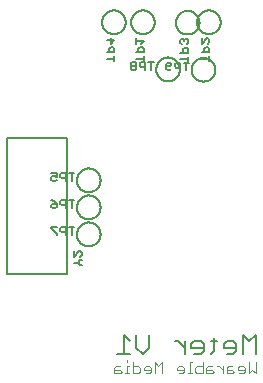
<source format=gbr>
G04 EAGLE Gerber X2 export*
%TF.Part,Single*%
%TF.FileFunction,Legend,Bot,1*%
%TF.FilePolarity,Positive*%
%TF.GenerationSoftware,Autodesk,EAGLE,9.0.0*%
%TF.CreationDate,2018-04-30T06:44:56Z*%
G75*
%MOMM*%
%FSLAX34Y34*%
%LPD*%
%AMOC8*
5,1,8,0,0,1.08239X$1,22.5*%
G01*
%ADD10C,0.152400*%
%ADD11C,0.076200*%
%ADD12C,0.203200*%


D10*
X59238Y-153238D02*
X59238Y-136968D01*
X53815Y-142391D01*
X48391Y-136968D01*
X48391Y-153238D01*
X40155Y-153238D02*
X34732Y-153238D01*
X40155Y-153238D02*
X42866Y-150526D01*
X42866Y-145103D01*
X40155Y-142391D01*
X34732Y-142391D01*
X32020Y-145103D01*
X32020Y-147815D01*
X42866Y-147815D01*
X23783Y-150526D02*
X23783Y-139680D01*
X23783Y-150526D02*
X21072Y-153238D01*
X21072Y-142391D02*
X26495Y-142391D01*
X12869Y-153238D02*
X7446Y-153238D01*
X12869Y-153238D02*
X15581Y-150526D01*
X15581Y-145103D01*
X12869Y-142391D01*
X7446Y-142391D01*
X4734Y-145103D01*
X4734Y-147815D01*
X15581Y-147815D01*
X-791Y-153238D02*
X-791Y-142391D01*
X-6214Y-142391D02*
X-791Y-147815D01*
X-6214Y-142391D02*
X-8926Y-142391D01*
X-30806Y-136968D02*
X-30806Y-147815D01*
X-36229Y-153238D01*
X-41652Y-147815D01*
X-41652Y-136968D01*
X-47177Y-142391D02*
X-52600Y-136968D01*
X-52600Y-153238D01*
X-47177Y-153238D02*
X-58024Y-153238D01*
D11*
X59619Y-160213D02*
X59619Y-169619D01*
X56484Y-166484D01*
X53348Y-169619D01*
X53348Y-160213D01*
X48696Y-169619D02*
X45561Y-169619D01*
X48696Y-169619D02*
X50264Y-168051D01*
X50264Y-164916D01*
X48696Y-163348D01*
X45561Y-163348D01*
X43993Y-164916D01*
X43993Y-166484D01*
X50264Y-166484D01*
X39341Y-163348D02*
X36206Y-163348D01*
X34638Y-164916D01*
X34638Y-169619D01*
X39341Y-169619D01*
X40909Y-168051D01*
X39341Y-166484D01*
X34638Y-166484D01*
X31553Y-169619D02*
X31553Y-163348D01*
X28418Y-163348D02*
X31553Y-166484D01*
X28418Y-163348D02*
X26850Y-163348D01*
X22190Y-163348D02*
X19054Y-163348D01*
X17487Y-164916D01*
X17487Y-169619D01*
X22190Y-169619D01*
X23757Y-168051D01*
X22190Y-166484D01*
X17487Y-166484D01*
X14402Y-169619D02*
X14402Y-160213D01*
X14402Y-169619D02*
X9699Y-169619D01*
X8132Y-168051D01*
X8132Y-164916D01*
X9699Y-163348D01*
X14402Y-163348D01*
X5047Y-160213D02*
X3479Y-160213D01*
X3479Y-169619D01*
X1912Y-169619D02*
X5047Y-169619D01*
X-2757Y-169619D02*
X-5893Y-169619D01*
X-2757Y-169619D02*
X-1190Y-168051D01*
X-1190Y-164916D01*
X-2757Y-163348D01*
X-5893Y-163348D01*
X-7460Y-164916D01*
X-7460Y-166484D01*
X-1190Y-166484D01*
X-19900Y-169619D02*
X-19900Y-160213D01*
X-23035Y-163348D01*
X-26171Y-160213D01*
X-26171Y-169619D01*
X-30823Y-169619D02*
X-33958Y-169619D01*
X-30823Y-169619D02*
X-29255Y-168051D01*
X-29255Y-164916D01*
X-30823Y-163348D01*
X-33958Y-163348D01*
X-35526Y-164916D01*
X-35526Y-166484D01*
X-29255Y-166484D01*
X-44881Y-169619D02*
X-44881Y-160213D01*
X-44881Y-169619D02*
X-40178Y-169619D01*
X-38610Y-168051D01*
X-38610Y-164916D01*
X-40178Y-163348D01*
X-44881Y-163348D01*
X-47966Y-163348D02*
X-49533Y-163348D01*
X-49533Y-169619D01*
X-47966Y-169619D02*
X-51101Y-169619D01*
X-49533Y-160213D02*
X-49533Y-158645D01*
X-55770Y-163348D02*
X-58905Y-163348D01*
X-60473Y-164916D01*
X-60473Y-169619D01*
X-55770Y-169619D01*
X-54202Y-168051D01*
X-55770Y-166484D01*
X-60473Y-166484D01*
D12*
X-46200Y127800D02*
X-46197Y128045D01*
X-46188Y128291D01*
X-46173Y128536D01*
X-46152Y128780D01*
X-46125Y129024D01*
X-46092Y129267D01*
X-46053Y129510D01*
X-46008Y129751D01*
X-45957Y129991D01*
X-45900Y130230D01*
X-45838Y130467D01*
X-45769Y130703D01*
X-45695Y130937D01*
X-45615Y131169D01*
X-45530Y131399D01*
X-45439Y131627D01*
X-45342Y131852D01*
X-45240Y132076D01*
X-45132Y132296D01*
X-45019Y132514D01*
X-44901Y132729D01*
X-44777Y132941D01*
X-44649Y133150D01*
X-44515Y133356D01*
X-44376Y133558D01*
X-44232Y133757D01*
X-44083Y133952D01*
X-43930Y134144D01*
X-43772Y134332D01*
X-43610Y134516D01*
X-43442Y134695D01*
X-43271Y134871D01*
X-43095Y135042D01*
X-42916Y135210D01*
X-42732Y135372D01*
X-42544Y135530D01*
X-42352Y135683D01*
X-42157Y135832D01*
X-41958Y135976D01*
X-41756Y136115D01*
X-41550Y136249D01*
X-41341Y136377D01*
X-41129Y136501D01*
X-40914Y136619D01*
X-40696Y136732D01*
X-40476Y136840D01*
X-40252Y136942D01*
X-40027Y137039D01*
X-39799Y137130D01*
X-39569Y137215D01*
X-39337Y137295D01*
X-39103Y137369D01*
X-38867Y137438D01*
X-38630Y137500D01*
X-38391Y137557D01*
X-38151Y137608D01*
X-37910Y137653D01*
X-37667Y137692D01*
X-37424Y137725D01*
X-37180Y137752D01*
X-36936Y137773D01*
X-36691Y137788D01*
X-36445Y137797D01*
X-36200Y137800D01*
X-35955Y137797D01*
X-35709Y137788D01*
X-35464Y137773D01*
X-35220Y137752D01*
X-34976Y137725D01*
X-34733Y137692D01*
X-34490Y137653D01*
X-34249Y137608D01*
X-34009Y137557D01*
X-33770Y137500D01*
X-33533Y137438D01*
X-33297Y137369D01*
X-33063Y137295D01*
X-32831Y137215D01*
X-32601Y137130D01*
X-32373Y137039D01*
X-32148Y136942D01*
X-31924Y136840D01*
X-31704Y136732D01*
X-31486Y136619D01*
X-31271Y136501D01*
X-31059Y136377D01*
X-30850Y136249D01*
X-30644Y136115D01*
X-30442Y135976D01*
X-30243Y135832D01*
X-30048Y135683D01*
X-29856Y135530D01*
X-29668Y135372D01*
X-29484Y135210D01*
X-29305Y135042D01*
X-29129Y134871D01*
X-28958Y134695D01*
X-28790Y134516D01*
X-28628Y134332D01*
X-28470Y134144D01*
X-28317Y133952D01*
X-28168Y133757D01*
X-28024Y133558D01*
X-27885Y133356D01*
X-27751Y133150D01*
X-27623Y132941D01*
X-27499Y132729D01*
X-27381Y132514D01*
X-27268Y132296D01*
X-27160Y132076D01*
X-27058Y131852D01*
X-26961Y131627D01*
X-26870Y131399D01*
X-26785Y131169D01*
X-26705Y130937D01*
X-26631Y130703D01*
X-26562Y130467D01*
X-26500Y130230D01*
X-26443Y129991D01*
X-26392Y129751D01*
X-26347Y129510D01*
X-26308Y129267D01*
X-26275Y129024D01*
X-26248Y128780D01*
X-26227Y128536D01*
X-26212Y128291D01*
X-26203Y128045D01*
X-26200Y127800D01*
X-26203Y127555D01*
X-26212Y127309D01*
X-26227Y127064D01*
X-26248Y126820D01*
X-26275Y126576D01*
X-26308Y126333D01*
X-26347Y126090D01*
X-26392Y125849D01*
X-26443Y125609D01*
X-26500Y125370D01*
X-26562Y125133D01*
X-26631Y124897D01*
X-26705Y124663D01*
X-26785Y124431D01*
X-26870Y124201D01*
X-26961Y123973D01*
X-27058Y123748D01*
X-27160Y123524D01*
X-27268Y123304D01*
X-27381Y123086D01*
X-27499Y122871D01*
X-27623Y122659D01*
X-27751Y122450D01*
X-27885Y122244D01*
X-28024Y122042D01*
X-28168Y121843D01*
X-28317Y121648D01*
X-28470Y121456D01*
X-28628Y121268D01*
X-28790Y121084D01*
X-28958Y120905D01*
X-29129Y120729D01*
X-29305Y120558D01*
X-29484Y120390D01*
X-29668Y120228D01*
X-29856Y120070D01*
X-30048Y119917D01*
X-30243Y119768D01*
X-30442Y119624D01*
X-30644Y119485D01*
X-30850Y119351D01*
X-31059Y119223D01*
X-31271Y119099D01*
X-31486Y118981D01*
X-31704Y118868D01*
X-31924Y118760D01*
X-32148Y118658D01*
X-32373Y118561D01*
X-32601Y118470D01*
X-32831Y118385D01*
X-33063Y118305D01*
X-33297Y118231D01*
X-33533Y118162D01*
X-33770Y118100D01*
X-34009Y118043D01*
X-34249Y117992D01*
X-34490Y117947D01*
X-34733Y117908D01*
X-34976Y117875D01*
X-35220Y117848D01*
X-35464Y117827D01*
X-35709Y117812D01*
X-35955Y117803D01*
X-36200Y117800D01*
X-36445Y117803D01*
X-36691Y117812D01*
X-36936Y117827D01*
X-37180Y117848D01*
X-37424Y117875D01*
X-37667Y117908D01*
X-37910Y117947D01*
X-38151Y117992D01*
X-38391Y118043D01*
X-38630Y118100D01*
X-38867Y118162D01*
X-39103Y118231D01*
X-39337Y118305D01*
X-39569Y118385D01*
X-39799Y118470D01*
X-40027Y118561D01*
X-40252Y118658D01*
X-40476Y118760D01*
X-40696Y118868D01*
X-40914Y118981D01*
X-41129Y119099D01*
X-41341Y119223D01*
X-41550Y119351D01*
X-41756Y119485D01*
X-41958Y119624D01*
X-42157Y119768D01*
X-42352Y119917D01*
X-42544Y120070D01*
X-42732Y120228D01*
X-42916Y120390D01*
X-43095Y120558D01*
X-43271Y120729D01*
X-43442Y120905D01*
X-43610Y121084D01*
X-43772Y121268D01*
X-43930Y121456D01*
X-44083Y121648D01*
X-44232Y121843D01*
X-44376Y122042D01*
X-44515Y122244D01*
X-44649Y122450D01*
X-44777Y122659D01*
X-44901Y122871D01*
X-45019Y123086D01*
X-45132Y123304D01*
X-45240Y123524D01*
X-45342Y123748D01*
X-45439Y123973D01*
X-45530Y124201D01*
X-45615Y124431D01*
X-45695Y124663D01*
X-45769Y124897D01*
X-45838Y125133D01*
X-45900Y125370D01*
X-45957Y125609D01*
X-46008Y125849D01*
X-46053Y126090D01*
X-46092Y126333D01*
X-46125Y126576D01*
X-46152Y126820D01*
X-46173Y127064D01*
X-46188Y127309D01*
X-46197Y127555D01*
X-46200Y127800D01*
D10*
X-42296Y96883D02*
X-35686Y96883D01*
X-35686Y94680D02*
X-35686Y99086D01*
X-35686Y102164D02*
X-42296Y102164D01*
X-35686Y102164D02*
X-35686Y105469D01*
X-36788Y106570D01*
X-38991Y106570D01*
X-40093Y105469D01*
X-40093Y102164D01*
X-37890Y109648D02*
X-35686Y111851D01*
X-42296Y111851D01*
X-42296Y109648D02*
X-42296Y114054D01*
D12*
X9600Y127800D02*
X9603Y128045D01*
X9612Y128291D01*
X9627Y128536D01*
X9648Y128780D01*
X9675Y129024D01*
X9708Y129267D01*
X9747Y129510D01*
X9792Y129751D01*
X9843Y129991D01*
X9900Y130230D01*
X9962Y130467D01*
X10031Y130703D01*
X10105Y130937D01*
X10185Y131169D01*
X10270Y131399D01*
X10361Y131627D01*
X10458Y131852D01*
X10560Y132076D01*
X10668Y132296D01*
X10781Y132514D01*
X10899Y132729D01*
X11023Y132941D01*
X11151Y133150D01*
X11285Y133356D01*
X11424Y133558D01*
X11568Y133757D01*
X11717Y133952D01*
X11870Y134144D01*
X12028Y134332D01*
X12190Y134516D01*
X12358Y134695D01*
X12529Y134871D01*
X12705Y135042D01*
X12884Y135210D01*
X13068Y135372D01*
X13256Y135530D01*
X13448Y135683D01*
X13643Y135832D01*
X13842Y135976D01*
X14044Y136115D01*
X14250Y136249D01*
X14459Y136377D01*
X14671Y136501D01*
X14886Y136619D01*
X15104Y136732D01*
X15324Y136840D01*
X15548Y136942D01*
X15773Y137039D01*
X16001Y137130D01*
X16231Y137215D01*
X16463Y137295D01*
X16697Y137369D01*
X16933Y137438D01*
X17170Y137500D01*
X17409Y137557D01*
X17649Y137608D01*
X17890Y137653D01*
X18133Y137692D01*
X18376Y137725D01*
X18620Y137752D01*
X18864Y137773D01*
X19109Y137788D01*
X19355Y137797D01*
X19600Y137800D01*
X19845Y137797D01*
X20091Y137788D01*
X20336Y137773D01*
X20580Y137752D01*
X20824Y137725D01*
X21067Y137692D01*
X21310Y137653D01*
X21551Y137608D01*
X21791Y137557D01*
X22030Y137500D01*
X22267Y137438D01*
X22503Y137369D01*
X22737Y137295D01*
X22969Y137215D01*
X23199Y137130D01*
X23427Y137039D01*
X23652Y136942D01*
X23876Y136840D01*
X24096Y136732D01*
X24314Y136619D01*
X24529Y136501D01*
X24741Y136377D01*
X24950Y136249D01*
X25156Y136115D01*
X25358Y135976D01*
X25557Y135832D01*
X25752Y135683D01*
X25944Y135530D01*
X26132Y135372D01*
X26316Y135210D01*
X26495Y135042D01*
X26671Y134871D01*
X26842Y134695D01*
X27010Y134516D01*
X27172Y134332D01*
X27330Y134144D01*
X27483Y133952D01*
X27632Y133757D01*
X27776Y133558D01*
X27915Y133356D01*
X28049Y133150D01*
X28177Y132941D01*
X28301Y132729D01*
X28419Y132514D01*
X28532Y132296D01*
X28640Y132076D01*
X28742Y131852D01*
X28839Y131627D01*
X28930Y131399D01*
X29015Y131169D01*
X29095Y130937D01*
X29169Y130703D01*
X29238Y130467D01*
X29300Y130230D01*
X29357Y129991D01*
X29408Y129751D01*
X29453Y129510D01*
X29492Y129267D01*
X29525Y129024D01*
X29552Y128780D01*
X29573Y128536D01*
X29588Y128291D01*
X29597Y128045D01*
X29600Y127800D01*
X29597Y127555D01*
X29588Y127309D01*
X29573Y127064D01*
X29552Y126820D01*
X29525Y126576D01*
X29492Y126333D01*
X29453Y126090D01*
X29408Y125849D01*
X29357Y125609D01*
X29300Y125370D01*
X29238Y125133D01*
X29169Y124897D01*
X29095Y124663D01*
X29015Y124431D01*
X28930Y124201D01*
X28839Y123973D01*
X28742Y123748D01*
X28640Y123524D01*
X28532Y123304D01*
X28419Y123086D01*
X28301Y122871D01*
X28177Y122659D01*
X28049Y122450D01*
X27915Y122244D01*
X27776Y122042D01*
X27632Y121843D01*
X27483Y121648D01*
X27330Y121456D01*
X27172Y121268D01*
X27010Y121084D01*
X26842Y120905D01*
X26671Y120729D01*
X26495Y120558D01*
X26316Y120390D01*
X26132Y120228D01*
X25944Y120070D01*
X25752Y119917D01*
X25557Y119768D01*
X25358Y119624D01*
X25156Y119485D01*
X24950Y119351D01*
X24741Y119223D01*
X24529Y119099D01*
X24314Y118981D01*
X24096Y118868D01*
X23876Y118760D01*
X23652Y118658D01*
X23427Y118561D01*
X23199Y118470D01*
X22969Y118385D01*
X22737Y118305D01*
X22503Y118231D01*
X22267Y118162D01*
X22030Y118100D01*
X21791Y118043D01*
X21551Y117992D01*
X21310Y117947D01*
X21067Y117908D01*
X20824Y117875D01*
X20580Y117848D01*
X20336Y117827D01*
X20091Y117812D01*
X19845Y117803D01*
X19600Y117800D01*
X19355Y117803D01*
X19109Y117812D01*
X18864Y117827D01*
X18620Y117848D01*
X18376Y117875D01*
X18133Y117908D01*
X17890Y117947D01*
X17649Y117992D01*
X17409Y118043D01*
X17170Y118100D01*
X16933Y118162D01*
X16697Y118231D01*
X16463Y118305D01*
X16231Y118385D01*
X16001Y118470D01*
X15773Y118561D01*
X15548Y118658D01*
X15324Y118760D01*
X15104Y118868D01*
X14886Y118981D01*
X14671Y119099D01*
X14459Y119223D01*
X14250Y119351D01*
X14044Y119485D01*
X13842Y119624D01*
X13643Y119768D01*
X13448Y119917D01*
X13256Y120070D01*
X13068Y120228D01*
X12884Y120390D01*
X12705Y120558D01*
X12529Y120729D01*
X12358Y120905D01*
X12190Y121084D01*
X12028Y121268D01*
X11870Y121456D01*
X11717Y121648D01*
X11568Y121843D01*
X11424Y122042D01*
X11285Y122244D01*
X11151Y122450D01*
X11023Y122659D01*
X10899Y122871D01*
X10781Y123086D01*
X10668Y123304D01*
X10560Y123524D01*
X10458Y123748D01*
X10361Y123973D01*
X10270Y124201D01*
X10185Y124431D01*
X10105Y124663D01*
X10031Y124897D01*
X9962Y125133D01*
X9900Y125370D01*
X9843Y125609D01*
X9792Y125849D01*
X9747Y126090D01*
X9708Y126333D01*
X9675Y126576D01*
X9648Y126820D01*
X9627Y127064D01*
X9612Y127309D01*
X9603Y127555D01*
X9600Y127800D01*
D10*
X13504Y96883D02*
X20114Y96883D01*
X20114Y94680D02*
X20114Y99086D01*
X20114Y102164D02*
X13504Y102164D01*
X20114Y102164D02*
X20114Y105469D01*
X19012Y106570D01*
X16809Y106570D01*
X15707Y105469D01*
X15707Y102164D01*
X13504Y109648D02*
X13504Y114054D01*
X13504Y109648D02*
X17910Y114054D01*
X19012Y114054D01*
X20114Y112953D01*
X20114Y110749D01*
X19012Y109648D01*
D12*
X-8300Y127400D02*
X-8297Y127645D01*
X-8288Y127891D01*
X-8273Y128136D01*
X-8252Y128380D01*
X-8225Y128624D01*
X-8192Y128867D01*
X-8153Y129110D01*
X-8108Y129351D01*
X-8057Y129591D01*
X-8000Y129830D01*
X-7938Y130067D01*
X-7869Y130303D01*
X-7795Y130537D01*
X-7715Y130769D01*
X-7630Y130999D01*
X-7539Y131227D01*
X-7442Y131452D01*
X-7340Y131676D01*
X-7232Y131896D01*
X-7119Y132114D01*
X-7001Y132329D01*
X-6877Y132541D01*
X-6749Y132750D01*
X-6615Y132956D01*
X-6476Y133158D01*
X-6332Y133357D01*
X-6183Y133552D01*
X-6030Y133744D01*
X-5872Y133932D01*
X-5710Y134116D01*
X-5542Y134295D01*
X-5371Y134471D01*
X-5195Y134642D01*
X-5016Y134810D01*
X-4832Y134972D01*
X-4644Y135130D01*
X-4452Y135283D01*
X-4257Y135432D01*
X-4058Y135576D01*
X-3856Y135715D01*
X-3650Y135849D01*
X-3441Y135977D01*
X-3229Y136101D01*
X-3014Y136219D01*
X-2796Y136332D01*
X-2576Y136440D01*
X-2352Y136542D01*
X-2127Y136639D01*
X-1899Y136730D01*
X-1669Y136815D01*
X-1437Y136895D01*
X-1203Y136969D01*
X-967Y137038D01*
X-730Y137100D01*
X-491Y137157D01*
X-251Y137208D01*
X-10Y137253D01*
X233Y137292D01*
X476Y137325D01*
X720Y137352D01*
X964Y137373D01*
X1209Y137388D01*
X1455Y137397D01*
X1700Y137400D01*
X1945Y137397D01*
X2191Y137388D01*
X2436Y137373D01*
X2680Y137352D01*
X2924Y137325D01*
X3167Y137292D01*
X3410Y137253D01*
X3651Y137208D01*
X3891Y137157D01*
X4130Y137100D01*
X4367Y137038D01*
X4603Y136969D01*
X4837Y136895D01*
X5069Y136815D01*
X5299Y136730D01*
X5527Y136639D01*
X5752Y136542D01*
X5976Y136440D01*
X6196Y136332D01*
X6414Y136219D01*
X6629Y136101D01*
X6841Y135977D01*
X7050Y135849D01*
X7256Y135715D01*
X7458Y135576D01*
X7657Y135432D01*
X7852Y135283D01*
X8044Y135130D01*
X8232Y134972D01*
X8416Y134810D01*
X8595Y134642D01*
X8771Y134471D01*
X8942Y134295D01*
X9110Y134116D01*
X9272Y133932D01*
X9430Y133744D01*
X9583Y133552D01*
X9732Y133357D01*
X9876Y133158D01*
X10015Y132956D01*
X10149Y132750D01*
X10277Y132541D01*
X10401Y132329D01*
X10519Y132114D01*
X10632Y131896D01*
X10740Y131676D01*
X10842Y131452D01*
X10939Y131227D01*
X11030Y130999D01*
X11115Y130769D01*
X11195Y130537D01*
X11269Y130303D01*
X11338Y130067D01*
X11400Y129830D01*
X11457Y129591D01*
X11508Y129351D01*
X11553Y129110D01*
X11592Y128867D01*
X11625Y128624D01*
X11652Y128380D01*
X11673Y128136D01*
X11688Y127891D01*
X11697Y127645D01*
X11700Y127400D01*
X11697Y127155D01*
X11688Y126909D01*
X11673Y126664D01*
X11652Y126420D01*
X11625Y126176D01*
X11592Y125933D01*
X11553Y125690D01*
X11508Y125449D01*
X11457Y125209D01*
X11400Y124970D01*
X11338Y124733D01*
X11269Y124497D01*
X11195Y124263D01*
X11115Y124031D01*
X11030Y123801D01*
X10939Y123573D01*
X10842Y123348D01*
X10740Y123124D01*
X10632Y122904D01*
X10519Y122686D01*
X10401Y122471D01*
X10277Y122259D01*
X10149Y122050D01*
X10015Y121844D01*
X9876Y121642D01*
X9732Y121443D01*
X9583Y121248D01*
X9430Y121056D01*
X9272Y120868D01*
X9110Y120684D01*
X8942Y120505D01*
X8771Y120329D01*
X8595Y120158D01*
X8416Y119990D01*
X8232Y119828D01*
X8044Y119670D01*
X7852Y119517D01*
X7657Y119368D01*
X7458Y119224D01*
X7256Y119085D01*
X7050Y118951D01*
X6841Y118823D01*
X6629Y118699D01*
X6414Y118581D01*
X6196Y118468D01*
X5976Y118360D01*
X5752Y118258D01*
X5527Y118161D01*
X5299Y118070D01*
X5069Y117985D01*
X4837Y117905D01*
X4603Y117831D01*
X4367Y117762D01*
X4130Y117700D01*
X3891Y117643D01*
X3651Y117592D01*
X3410Y117547D01*
X3167Y117508D01*
X2924Y117475D01*
X2680Y117448D01*
X2436Y117427D01*
X2191Y117412D01*
X1945Y117403D01*
X1700Y117400D01*
X1455Y117403D01*
X1209Y117412D01*
X964Y117427D01*
X720Y117448D01*
X476Y117475D01*
X233Y117508D01*
X-10Y117547D01*
X-251Y117592D01*
X-491Y117643D01*
X-730Y117700D01*
X-967Y117762D01*
X-1203Y117831D01*
X-1437Y117905D01*
X-1669Y117985D01*
X-1899Y118070D01*
X-2127Y118161D01*
X-2352Y118258D01*
X-2576Y118360D01*
X-2796Y118468D01*
X-3014Y118581D01*
X-3229Y118699D01*
X-3441Y118823D01*
X-3650Y118951D01*
X-3856Y119085D01*
X-4058Y119224D01*
X-4257Y119368D01*
X-4452Y119517D01*
X-4644Y119670D01*
X-4832Y119828D01*
X-5016Y119990D01*
X-5195Y120158D01*
X-5371Y120329D01*
X-5542Y120505D01*
X-5710Y120684D01*
X-5872Y120868D01*
X-6030Y121056D01*
X-6183Y121248D01*
X-6332Y121443D01*
X-6476Y121642D01*
X-6615Y121844D01*
X-6749Y122050D01*
X-6877Y122259D01*
X-7001Y122471D01*
X-7119Y122686D01*
X-7232Y122904D01*
X-7340Y123124D01*
X-7442Y123348D01*
X-7539Y123573D01*
X-7630Y123801D01*
X-7715Y124031D01*
X-7795Y124263D01*
X-7869Y124497D01*
X-7938Y124733D01*
X-8000Y124970D01*
X-8057Y125209D01*
X-8108Y125449D01*
X-8153Y125690D01*
X-8192Y125933D01*
X-8225Y126176D01*
X-8252Y126420D01*
X-8273Y126664D01*
X-8288Y126909D01*
X-8297Y127155D01*
X-8300Y127400D01*
D10*
X-4396Y96483D02*
X2214Y96483D01*
X2214Y94280D02*
X2214Y98686D01*
X2214Y101764D02*
X-4396Y101764D01*
X2214Y101764D02*
X2214Y105069D01*
X1112Y106170D01*
X-1091Y106170D01*
X-2193Y105069D01*
X-2193Y101764D01*
X1112Y109248D02*
X2214Y110349D01*
X2214Y112553D01*
X1112Y113654D01*
X10Y113654D01*
X-1091Y112553D01*
X-1091Y111451D01*
X-1091Y112553D02*
X-2193Y113654D01*
X-3294Y113654D01*
X-4396Y112553D01*
X-4396Y110349D01*
X-3294Y109248D01*
D12*
X-70800Y127800D02*
X-70797Y128045D01*
X-70788Y128291D01*
X-70773Y128536D01*
X-70752Y128780D01*
X-70725Y129024D01*
X-70692Y129267D01*
X-70653Y129510D01*
X-70608Y129751D01*
X-70557Y129991D01*
X-70500Y130230D01*
X-70438Y130467D01*
X-70369Y130703D01*
X-70295Y130937D01*
X-70215Y131169D01*
X-70130Y131399D01*
X-70039Y131627D01*
X-69942Y131852D01*
X-69840Y132076D01*
X-69732Y132296D01*
X-69619Y132514D01*
X-69501Y132729D01*
X-69377Y132941D01*
X-69249Y133150D01*
X-69115Y133356D01*
X-68976Y133558D01*
X-68832Y133757D01*
X-68683Y133952D01*
X-68530Y134144D01*
X-68372Y134332D01*
X-68210Y134516D01*
X-68042Y134695D01*
X-67871Y134871D01*
X-67695Y135042D01*
X-67516Y135210D01*
X-67332Y135372D01*
X-67144Y135530D01*
X-66952Y135683D01*
X-66757Y135832D01*
X-66558Y135976D01*
X-66356Y136115D01*
X-66150Y136249D01*
X-65941Y136377D01*
X-65729Y136501D01*
X-65514Y136619D01*
X-65296Y136732D01*
X-65076Y136840D01*
X-64852Y136942D01*
X-64627Y137039D01*
X-64399Y137130D01*
X-64169Y137215D01*
X-63937Y137295D01*
X-63703Y137369D01*
X-63467Y137438D01*
X-63230Y137500D01*
X-62991Y137557D01*
X-62751Y137608D01*
X-62510Y137653D01*
X-62267Y137692D01*
X-62024Y137725D01*
X-61780Y137752D01*
X-61536Y137773D01*
X-61291Y137788D01*
X-61045Y137797D01*
X-60800Y137800D01*
X-60555Y137797D01*
X-60309Y137788D01*
X-60064Y137773D01*
X-59820Y137752D01*
X-59576Y137725D01*
X-59333Y137692D01*
X-59090Y137653D01*
X-58849Y137608D01*
X-58609Y137557D01*
X-58370Y137500D01*
X-58133Y137438D01*
X-57897Y137369D01*
X-57663Y137295D01*
X-57431Y137215D01*
X-57201Y137130D01*
X-56973Y137039D01*
X-56748Y136942D01*
X-56524Y136840D01*
X-56304Y136732D01*
X-56086Y136619D01*
X-55871Y136501D01*
X-55659Y136377D01*
X-55450Y136249D01*
X-55244Y136115D01*
X-55042Y135976D01*
X-54843Y135832D01*
X-54648Y135683D01*
X-54456Y135530D01*
X-54268Y135372D01*
X-54084Y135210D01*
X-53905Y135042D01*
X-53729Y134871D01*
X-53558Y134695D01*
X-53390Y134516D01*
X-53228Y134332D01*
X-53070Y134144D01*
X-52917Y133952D01*
X-52768Y133757D01*
X-52624Y133558D01*
X-52485Y133356D01*
X-52351Y133150D01*
X-52223Y132941D01*
X-52099Y132729D01*
X-51981Y132514D01*
X-51868Y132296D01*
X-51760Y132076D01*
X-51658Y131852D01*
X-51561Y131627D01*
X-51470Y131399D01*
X-51385Y131169D01*
X-51305Y130937D01*
X-51231Y130703D01*
X-51162Y130467D01*
X-51100Y130230D01*
X-51043Y129991D01*
X-50992Y129751D01*
X-50947Y129510D01*
X-50908Y129267D01*
X-50875Y129024D01*
X-50848Y128780D01*
X-50827Y128536D01*
X-50812Y128291D01*
X-50803Y128045D01*
X-50800Y127800D01*
X-50803Y127555D01*
X-50812Y127309D01*
X-50827Y127064D01*
X-50848Y126820D01*
X-50875Y126576D01*
X-50908Y126333D01*
X-50947Y126090D01*
X-50992Y125849D01*
X-51043Y125609D01*
X-51100Y125370D01*
X-51162Y125133D01*
X-51231Y124897D01*
X-51305Y124663D01*
X-51385Y124431D01*
X-51470Y124201D01*
X-51561Y123973D01*
X-51658Y123748D01*
X-51760Y123524D01*
X-51868Y123304D01*
X-51981Y123086D01*
X-52099Y122871D01*
X-52223Y122659D01*
X-52351Y122450D01*
X-52485Y122244D01*
X-52624Y122042D01*
X-52768Y121843D01*
X-52917Y121648D01*
X-53070Y121456D01*
X-53228Y121268D01*
X-53390Y121084D01*
X-53558Y120905D01*
X-53729Y120729D01*
X-53905Y120558D01*
X-54084Y120390D01*
X-54268Y120228D01*
X-54456Y120070D01*
X-54648Y119917D01*
X-54843Y119768D01*
X-55042Y119624D01*
X-55244Y119485D01*
X-55450Y119351D01*
X-55659Y119223D01*
X-55871Y119099D01*
X-56086Y118981D01*
X-56304Y118868D01*
X-56524Y118760D01*
X-56748Y118658D01*
X-56973Y118561D01*
X-57201Y118470D01*
X-57431Y118385D01*
X-57663Y118305D01*
X-57897Y118231D01*
X-58133Y118162D01*
X-58370Y118100D01*
X-58609Y118043D01*
X-58849Y117992D01*
X-59090Y117947D01*
X-59333Y117908D01*
X-59576Y117875D01*
X-59820Y117848D01*
X-60064Y117827D01*
X-60309Y117812D01*
X-60555Y117803D01*
X-60800Y117800D01*
X-61045Y117803D01*
X-61291Y117812D01*
X-61536Y117827D01*
X-61780Y117848D01*
X-62024Y117875D01*
X-62267Y117908D01*
X-62510Y117947D01*
X-62751Y117992D01*
X-62991Y118043D01*
X-63230Y118100D01*
X-63467Y118162D01*
X-63703Y118231D01*
X-63937Y118305D01*
X-64169Y118385D01*
X-64399Y118470D01*
X-64627Y118561D01*
X-64852Y118658D01*
X-65076Y118760D01*
X-65296Y118868D01*
X-65514Y118981D01*
X-65729Y119099D01*
X-65941Y119223D01*
X-66150Y119351D01*
X-66356Y119485D01*
X-66558Y119624D01*
X-66757Y119768D01*
X-66952Y119917D01*
X-67144Y120070D01*
X-67332Y120228D01*
X-67516Y120390D01*
X-67695Y120558D01*
X-67871Y120729D01*
X-68042Y120905D01*
X-68210Y121084D01*
X-68372Y121268D01*
X-68530Y121456D01*
X-68683Y121648D01*
X-68832Y121843D01*
X-68976Y122042D01*
X-69115Y122244D01*
X-69249Y122450D01*
X-69377Y122659D01*
X-69501Y122871D01*
X-69619Y123086D01*
X-69732Y123304D01*
X-69840Y123524D01*
X-69942Y123748D01*
X-70039Y123973D01*
X-70130Y124201D01*
X-70215Y124431D01*
X-70295Y124663D01*
X-70369Y124897D01*
X-70438Y125133D01*
X-70500Y125370D01*
X-70557Y125609D01*
X-70608Y125849D01*
X-70653Y126090D01*
X-70692Y126333D01*
X-70725Y126576D01*
X-70752Y126820D01*
X-70773Y127064D01*
X-70788Y127309D01*
X-70797Y127555D01*
X-70800Y127800D01*
D10*
X-66896Y96883D02*
X-60286Y96883D01*
X-60286Y94680D02*
X-60286Y99086D01*
X-60286Y102164D02*
X-66896Y102164D01*
X-60286Y102164D02*
X-60286Y105469D01*
X-61388Y106570D01*
X-63591Y106570D01*
X-64693Y105469D01*
X-64693Y102164D01*
X-66896Y112953D02*
X-60286Y112953D01*
X-63591Y109648D01*
X-63591Y114054D01*
D12*
X-150890Y29525D02*
X-150890Y-85475D01*
X-150890Y29525D02*
X-100890Y29525D01*
X-100890Y-85475D01*
X-150890Y-85475D01*
D10*
X-89220Y-78213D02*
X-88118Y-78213D01*
X-89220Y-78213D02*
X-91423Y-76010D01*
X-89220Y-73807D01*
X-88118Y-73807D01*
X-91423Y-76010D02*
X-94728Y-76010D01*
X-94728Y-70729D02*
X-94728Y-66322D01*
X-90322Y-66322D02*
X-94728Y-70729D01*
X-90322Y-66322D02*
X-89220Y-66322D01*
X-88118Y-67424D01*
X-88118Y-69627D01*
X-89220Y-70729D01*
D12*
X-92075Y-6030D02*
X-92072Y-5785D01*
X-92063Y-5539D01*
X-92048Y-5294D01*
X-92027Y-5050D01*
X-92000Y-4806D01*
X-91967Y-4563D01*
X-91928Y-4320D01*
X-91883Y-4079D01*
X-91832Y-3839D01*
X-91775Y-3600D01*
X-91713Y-3363D01*
X-91644Y-3127D01*
X-91570Y-2893D01*
X-91490Y-2661D01*
X-91405Y-2431D01*
X-91314Y-2203D01*
X-91217Y-1978D01*
X-91115Y-1754D01*
X-91007Y-1534D01*
X-90894Y-1316D01*
X-90776Y-1101D01*
X-90652Y-889D01*
X-90524Y-680D01*
X-90390Y-474D01*
X-90251Y-272D01*
X-90107Y-73D01*
X-89958Y122D01*
X-89805Y314D01*
X-89647Y502D01*
X-89485Y686D01*
X-89317Y865D01*
X-89146Y1041D01*
X-88970Y1212D01*
X-88791Y1380D01*
X-88607Y1542D01*
X-88419Y1700D01*
X-88227Y1853D01*
X-88032Y2002D01*
X-87833Y2146D01*
X-87631Y2285D01*
X-87425Y2419D01*
X-87216Y2547D01*
X-87004Y2671D01*
X-86789Y2789D01*
X-86571Y2902D01*
X-86351Y3010D01*
X-86127Y3112D01*
X-85902Y3209D01*
X-85674Y3300D01*
X-85444Y3385D01*
X-85212Y3465D01*
X-84978Y3539D01*
X-84742Y3608D01*
X-84505Y3670D01*
X-84266Y3727D01*
X-84026Y3778D01*
X-83785Y3823D01*
X-83542Y3862D01*
X-83299Y3895D01*
X-83055Y3922D01*
X-82811Y3943D01*
X-82566Y3958D01*
X-82320Y3967D01*
X-82075Y3970D01*
X-81830Y3967D01*
X-81584Y3958D01*
X-81339Y3943D01*
X-81095Y3922D01*
X-80851Y3895D01*
X-80608Y3862D01*
X-80365Y3823D01*
X-80124Y3778D01*
X-79884Y3727D01*
X-79645Y3670D01*
X-79408Y3608D01*
X-79172Y3539D01*
X-78938Y3465D01*
X-78706Y3385D01*
X-78476Y3300D01*
X-78248Y3209D01*
X-78023Y3112D01*
X-77799Y3010D01*
X-77579Y2902D01*
X-77361Y2789D01*
X-77146Y2671D01*
X-76934Y2547D01*
X-76725Y2419D01*
X-76519Y2285D01*
X-76317Y2146D01*
X-76118Y2002D01*
X-75923Y1853D01*
X-75731Y1700D01*
X-75543Y1542D01*
X-75359Y1380D01*
X-75180Y1212D01*
X-75004Y1041D01*
X-74833Y865D01*
X-74665Y686D01*
X-74503Y502D01*
X-74345Y314D01*
X-74192Y122D01*
X-74043Y-73D01*
X-73899Y-272D01*
X-73760Y-474D01*
X-73626Y-680D01*
X-73498Y-889D01*
X-73374Y-1101D01*
X-73256Y-1316D01*
X-73143Y-1534D01*
X-73035Y-1754D01*
X-72933Y-1978D01*
X-72836Y-2203D01*
X-72745Y-2431D01*
X-72660Y-2661D01*
X-72580Y-2893D01*
X-72506Y-3127D01*
X-72437Y-3363D01*
X-72375Y-3600D01*
X-72318Y-3839D01*
X-72267Y-4079D01*
X-72222Y-4320D01*
X-72183Y-4563D01*
X-72150Y-4806D01*
X-72123Y-5050D01*
X-72102Y-5294D01*
X-72087Y-5539D01*
X-72078Y-5785D01*
X-72075Y-6030D01*
X-72078Y-6275D01*
X-72087Y-6521D01*
X-72102Y-6766D01*
X-72123Y-7010D01*
X-72150Y-7254D01*
X-72183Y-7497D01*
X-72222Y-7740D01*
X-72267Y-7981D01*
X-72318Y-8221D01*
X-72375Y-8460D01*
X-72437Y-8697D01*
X-72506Y-8933D01*
X-72580Y-9167D01*
X-72660Y-9399D01*
X-72745Y-9629D01*
X-72836Y-9857D01*
X-72933Y-10082D01*
X-73035Y-10306D01*
X-73143Y-10526D01*
X-73256Y-10744D01*
X-73374Y-10959D01*
X-73498Y-11171D01*
X-73626Y-11380D01*
X-73760Y-11586D01*
X-73899Y-11788D01*
X-74043Y-11987D01*
X-74192Y-12182D01*
X-74345Y-12374D01*
X-74503Y-12562D01*
X-74665Y-12746D01*
X-74833Y-12925D01*
X-75004Y-13101D01*
X-75180Y-13272D01*
X-75359Y-13440D01*
X-75543Y-13602D01*
X-75731Y-13760D01*
X-75923Y-13913D01*
X-76118Y-14062D01*
X-76317Y-14206D01*
X-76519Y-14345D01*
X-76725Y-14479D01*
X-76934Y-14607D01*
X-77146Y-14731D01*
X-77361Y-14849D01*
X-77579Y-14962D01*
X-77799Y-15070D01*
X-78023Y-15172D01*
X-78248Y-15269D01*
X-78476Y-15360D01*
X-78706Y-15445D01*
X-78938Y-15525D01*
X-79172Y-15599D01*
X-79408Y-15668D01*
X-79645Y-15730D01*
X-79884Y-15787D01*
X-80124Y-15838D01*
X-80365Y-15883D01*
X-80608Y-15922D01*
X-80851Y-15955D01*
X-81095Y-15982D01*
X-81339Y-16003D01*
X-81584Y-16018D01*
X-81830Y-16027D01*
X-82075Y-16030D01*
X-82320Y-16027D01*
X-82566Y-16018D01*
X-82811Y-16003D01*
X-83055Y-15982D01*
X-83299Y-15955D01*
X-83542Y-15922D01*
X-83785Y-15883D01*
X-84026Y-15838D01*
X-84266Y-15787D01*
X-84505Y-15730D01*
X-84742Y-15668D01*
X-84978Y-15599D01*
X-85212Y-15525D01*
X-85444Y-15445D01*
X-85674Y-15360D01*
X-85902Y-15269D01*
X-86127Y-15172D01*
X-86351Y-15070D01*
X-86571Y-14962D01*
X-86789Y-14849D01*
X-87004Y-14731D01*
X-87216Y-14607D01*
X-87425Y-14479D01*
X-87631Y-14345D01*
X-87833Y-14206D01*
X-88032Y-14062D01*
X-88227Y-13913D01*
X-88419Y-13760D01*
X-88607Y-13602D01*
X-88791Y-13440D01*
X-88970Y-13272D01*
X-89146Y-13101D01*
X-89317Y-12925D01*
X-89485Y-12746D01*
X-89647Y-12562D01*
X-89805Y-12374D01*
X-89958Y-12182D01*
X-90107Y-11987D01*
X-90251Y-11788D01*
X-90390Y-11586D01*
X-90524Y-11380D01*
X-90652Y-11171D01*
X-90776Y-10959D01*
X-90894Y-10744D01*
X-91007Y-10526D01*
X-91115Y-10306D01*
X-91217Y-10082D01*
X-91314Y-9857D01*
X-91405Y-9629D01*
X-91490Y-9399D01*
X-91570Y-9167D01*
X-91644Y-8933D01*
X-91713Y-8697D01*
X-91775Y-8460D01*
X-91832Y-8221D01*
X-91883Y-7981D01*
X-91928Y-7740D01*
X-91967Y-7497D01*
X-92000Y-7254D01*
X-92027Y-7010D01*
X-92048Y-6766D01*
X-92063Y-6521D01*
X-92072Y-6275D01*
X-92075Y-6030D01*
D10*
X-96470Y-6538D02*
X-96470Y72D01*
X-94267Y72D02*
X-98673Y72D01*
X-101751Y72D02*
X-101751Y-6538D01*
X-101751Y72D02*
X-105056Y72D01*
X-106158Y-1030D01*
X-106158Y-3233D01*
X-105056Y-4335D01*
X-101751Y-4335D01*
X-109235Y72D02*
X-113642Y72D01*
X-109235Y72D02*
X-109235Y-3233D01*
X-111439Y-2132D01*
X-112540Y-2132D01*
X-113642Y-3233D01*
X-113642Y-5436D01*
X-112540Y-6538D01*
X-110337Y-6538D01*
X-109235Y-5436D01*
D12*
X-92075Y-28890D02*
X-92072Y-28645D01*
X-92063Y-28399D01*
X-92048Y-28154D01*
X-92027Y-27910D01*
X-92000Y-27666D01*
X-91967Y-27423D01*
X-91928Y-27180D01*
X-91883Y-26939D01*
X-91832Y-26699D01*
X-91775Y-26460D01*
X-91713Y-26223D01*
X-91644Y-25987D01*
X-91570Y-25753D01*
X-91490Y-25521D01*
X-91405Y-25291D01*
X-91314Y-25063D01*
X-91217Y-24838D01*
X-91115Y-24614D01*
X-91007Y-24394D01*
X-90894Y-24176D01*
X-90776Y-23961D01*
X-90652Y-23749D01*
X-90524Y-23540D01*
X-90390Y-23334D01*
X-90251Y-23132D01*
X-90107Y-22933D01*
X-89958Y-22738D01*
X-89805Y-22546D01*
X-89647Y-22358D01*
X-89485Y-22174D01*
X-89317Y-21995D01*
X-89146Y-21819D01*
X-88970Y-21648D01*
X-88791Y-21480D01*
X-88607Y-21318D01*
X-88419Y-21160D01*
X-88227Y-21007D01*
X-88032Y-20858D01*
X-87833Y-20714D01*
X-87631Y-20575D01*
X-87425Y-20441D01*
X-87216Y-20313D01*
X-87004Y-20189D01*
X-86789Y-20071D01*
X-86571Y-19958D01*
X-86351Y-19850D01*
X-86127Y-19748D01*
X-85902Y-19651D01*
X-85674Y-19560D01*
X-85444Y-19475D01*
X-85212Y-19395D01*
X-84978Y-19321D01*
X-84742Y-19252D01*
X-84505Y-19190D01*
X-84266Y-19133D01*
X-84026Y-19082D01*
X-83785Y-19037D01*
X-83542Y-18998D01*
X-83299Y-18965D01*
X-83055Y-18938D01*
X-82811Y-18917D01*
X-82566Y-18902D01*
X-82320Y-18893D01*
X-82075Y-18890D01*
X-81830Y-18893D01*
X-81584Y-18902D01*
X-81339Y-18917D01*
X-81095Y-18938D01*
X-80851Y-18965D01*
X-80608Y-18998D01*
X-80365Y-19037D01*
X-80124Y-19082D01*
X-79884Y-19133D01*
X-79645Y-19190D01*
X-79408Y-19252D01*
X-79172Y-19321D01*
X-78938Y-19395D01*
X-78706Y-19475D01*
X-78476Y-19560D01*
X-78248Y-19651D01*
X-78023Y-19748D01*
X-77799Y-19850D01*
X-77579Y-19958D01*
X-77361Y-20071D01*
X-77146Y-20189D01*
X-76934Y-20313D01*
X-76725Y-20441D01*
X-76519Y-20575D01*
X-76317Y-20714D01*
X-76118Y-20858D01*
X-75923Y-21007D01*
X-75731Y-21160D01*
X-75543Y-21318D01*
X-75359Y-21480D01*
X-75180Y-21648D01*
X-75004Y-21819D01*
X-74833Y-21995D01*
X-74665Y-22174D01*
X-74503Y-22358D01*
X-74345Y-22546D01*
X-74192Y-22738D01*
X-74043Y-22933D01*
X-73899Y-23132D01*
X-73760Y-23334D01*
X-73626Y-23540D01*
X-73498Y-23749D01*
X-73374Y-23961D01*
X-73256Y-24176D01*
X-73143Y-24394D01*
X-73035Y-24614D01*
X-72933Y-24838D01*
X-72836Y-25063D01*
X-72745Y-25291D01*
X-72660Y-25521D01*
X-72580Y-25753D01*
X-72506Y-25987D01*
X-72437Y-26223D01*
X-72375Y-26460D01*
X-72318Y-26699D01*
X-72267Y-26939D01*
X-72222Y-27180D01*
X-72183Y-27423D01*
X-72150Y-27666D01*
X-72123Y-27910D01*
X-72102Y-28154D01*
X-72087Y-28399D01*
X-72078Y-28645D01*
X-72075Y-28890D01*
X-72078Y-29135D01*
X-72087Y-29381D01*
X-72102Y-29626D01*
X-72123Y-29870D01*
X-72150Y-30114D01*
X-72183Y-30357D01*
X-72222Y-30600D01*
X-72267Y-30841D01*
X-72318Y-31081D01*
X-72375Y-31320D01*
X-72437Y-31557D01*
X-72506Y-31793D01*
X-72580Y-32027D01*
X-72660Y-32259D01*
X-72745Y-32489D01*
X-72836Y-32717D01*
X-72933Y-32942D01*
X-73035Y-33166D01*
X-73143Y-33386D01*
X-73256Y-33604D01*
X-73374Y-33819D01*
X-73498Y-34031D01*
X-73626Y-34240D01*
X-73760Y-34446D01*
X-73899Y-34648D01*
X-74043Y-34847D01*
X-74192Y-35042D01*
X-74345Y-35234D01*
X-74503Y-35422D01*
X-74665Y-35606D01*
X-74833Y-35785D01*
X-75004Y-35961D01*
X-75180Y-36132D01*
X-75359Y-36300D01*
X-75543Y-36462D01*
X-75731Y-36620D01*
X-75923Y-36773D01*
X-76118Y-36922D01*
X-76317Y-37066D01*
X-76519Y-37205D01*
X-76725Y-37339D01*
X-76934Y-37467D01*
X-77146Y-37591D01*
X-77361Y-37709D01*
X-77579Y-37822D01*
X-77799Y-37930D01*
X-78023Y-38032D01*
X-78248Y-38129D01*
X-78476Y-38220D01*
X-78706Y-38305D01*
X-78938Y-38385D01*
X-79172Y-38459D01*
X-79408Y-38528D01*
X-79645Y-38590D01*
X-79884Y-38647D01*
X-80124Y-38698D01*
X-80365Y-38743D01*
X-80608Y-38782D01*
X-80851Y-38815D01*
X-81095Y-38842D01*
X-81339Y-38863D01*
X-81584Y-38878D01*
X-81830Y-38887D01*
X-82075Y-38890D01*
X-82320Y-38887D01*
X-82566Y-38878D01*
X-82811Y-38863D01*
X-83055Y-38842D01*
X-83299Y-38815D01*
X-83542Y-38782D01*
X-83785Y-38743D01*
X-84026Y-38698D01*
X-84266Y-38647D01*
X-84505Y-38590D01*
X-84742Y-38528D01*
X-84978Y-38459D01*
X-85212Y-38385D01*
X-85444Y-38305D01*
X-85674Y-38220D01*
X-85902Y-38129D01*
X-86127Y-38032D01*
X-86351Y-37930D01*
X-86571Y-37822D01*
X-86789Y-37709D01*
X-87004Y-37591D01*
X-87216Y-37467D01*
X-87425Y-37339D01*
X-87631Y-37205D01*
X-87833Y-37066D01*
X-88032Y-36922D01*
X-88227Y-36773D01*
X-88419Y-36620D01*
X-88607Y-36462D01*
X-88791Y-36300D01*
X-88970Y-36132D01*
X-89146Y-35961D01*
X-89317Y-35785D01*
X-89485Y-35606D01*
X-89647Y-35422D01*
X-89805Y-35234D01*
X-89958Y-35042D01*
X-90107Y-34847D01*
X-90251Y-34648D01*
X-90390Y-34446D01*
X-90524Y-34240D01*
X-90652Y-34031D01*
X-90776Y-33819D01*
X-90894Y-33604D01*
X-91007Y-33386D01*
X-91115Y-33166D01*
X-91217Y-32942D01*
X-91314Y-32717D01*
X-91405Y-32489D01*
X-91490Y-32259D01*
X-91570Y-32027D01*
X-91644Y-31793D01*
X-91713Y-31557D01*
X-91775Y-31320D01*
X-91832Y-31081D01*
X-91883Y-30841D01*
X-91928Y-30600D01*
X-91967Y-30357D01*
X-92000Y-30114D01*
X-92027Y-29870D01*
X-92048Y-29626D01*
X-92063Y-29381D01*
X-92072Y-29135D01*
X-92075Y-28890D01*
D10*
X-96470Y-29398D02*
X-96470Y-22788D01*
X-94267Y-22788D02*
X-98673Y-22788D01*
X-101751Y-22788D02*
X-101751Y-29398D01*
X-101751Y-22788D02*
X-105056Y-22788D01*
X-106158Y-23890D01*
X-106158Y-26093D01*
X-105056Y-27195D01*
X-101751Y-27195D01*
X-111439Y-23890D02*
X-113642Y-22788D01*
X-111439Y-23890D02*
X-109235Y-26093D01*
X-109235Y-28296D01*
X-110337Y-29398D01*
X-112540Y-29398D01*
X-113642Y-28296D01*
X-113642Y-27195D01*
X-112540Y-26093D01*
X-109235Y-26093D01*
D12*
X-92075Y-51750D02*
X-92072Y-51505D01*
X-92063Y-51259D01*
X-92048Y-51014D01*
X-92027Y-50770D01*
X-92000Y-50526D01*
X-91967Y-50283D01*
X-91928Y-50040D01*
X-91883Y-49799D01*
X-91832Y-49559D01*
X-91775Y-49320D01*
X-91713Y-49083D01*
X-91644Y-48847D01*
X-91570Y-48613D01*
X-91490Y-48381D01*
X-91405Y-48151D01*
X-91314Y-47923D01*
X-91217Y-47698D01*
X-91115Y-47474D01*
X-91007Y-47254D01*
X-90894Y-47036D01*
X-90776Y-46821D01*
X-90652Y-46609D01*
X-90524Y-46400D01*
X-90390Y-46194D01*
X-90251Y-45992D01*
X-90107Y-45793D01*
X-89958Y-45598D01*
X-89805Y-45406D01*
X-89647Y-45218D01*
X-89485Y-45034D01*
X-89317Y-44855D01*
X-89146Y-44679D01*
X-88970Y-44508D01*
X-88791Y-44340D01*
X-88607Y-44178D01*
X-88419Y-44020D01*
X-88227Y-43867D01*
X-88032Y-43718D01*
X-87833Y-43574D01*
X-87631Y-43435D01*
X-87425Y-43301D01*
X-87216Y-43173D01*
X-87004Y-43049D01*
X-86789Y-42931D01*
X-86571Y-42818D01*
X-86351Y-42710D01*
X-86127Y-42608D01*
X-85902Y-42511D01*
X-85674Y-42420D01*
X-85444Y-42335D01*
X-85212Y-42255D01*
X-84978Y-42181D01*
X-84742Y-42112D01*
X-84505Y-42050D01*
X-84266Y-41993D01*
X-84026Y-41942D01*
X-83785Y-41897D01*
X-83542Y-41858D01*
X-83299Y-41825D01*
X-83055Y-41798D01*
X-82811Y-41777D01*
X-82566Y-41762D01*
X-82320Y-41753D01*
X-82075Y-41750D01*
X-81830Y-41753D01*
X-81584Y-41762D01*
X-81339Y-41777D01*
X-81095Y-41798D01*
X-80851Y-41825D01*
X-80608Y-41858D01*
X-80365Y-41897D01*
X-80124Y-41942D01*
X-79884Y-41993D01*
X-79645Y-42050D01*
X-79408Y-42112D01*
X-79172Y-42181D01*
X-78938Y-42255D01*
X-78706Y-42335D01*
X-78476Y-42420D01*
X-78248Y-42511D01*
X-78023Y-42608D01*
X-77799Y-42710D01*
X-77579Y-42818D01*
X-77361Y-42931D01*
X-77146Y-43049D01*
X-76934Y-43173D01*
X-76725Y-43301D01*
X-76519Y-43435D01*
X-76317Y-43574D01*
X-76118Y-43718D01*
X-75923Y-43867D01*
X-75731Y-44020D01*
X-75543Y-44178D01*
X-75359Y-44340D01*
X-75180Y-44508D01*
X-75004Y-44679D01*
X-74833Y-44855D01*
X-74665Y-45034D01*
X-74503Y-45218D01*
X-74345Y-45406D01*
X-74192Y-45598D01*
X-74043Y-45793D01*
X-73899Y-45992D01*
X-73760Y-46194D01*
X-73626Y-46400D01*
X-73498Y-46609D01*
X-73374Y-46821D01*
X-73256Y-47036D01*
X-73143Y-47254D01*
X-73035Y-47474D01*
X-72933Y-47698D01*
X-72836Y-47923D01*
X-72745Y-48151D01*
X-72660Y-48381D01*
X-72580Y-48613D01*
X-72506Y-48847D01*
X-72437Y-49083D01*
X-72375Y-49320D01*
X-72318Y-49559D01*
X-72267Y-49799D01*
X-72222Y-50040D01*
X-72183Y-50283D01*
X-72150Y-50526D01*
X-72123Y-50770D01*
X-72102Y-51014D01*
X-72087Y-51259D01*
X-72078Y-51505D01*
X-72075Y-51750D01*
X-72078Y-51995D01*
X-72087Y-52241D01*
X-72102Y-52486D01*
X-72123Y-52730D01*
X-72150Y-52974D01*
X-72183Y-53217D01*
X-72222Y-53460D01*
X-72267Y-53701D01*
X-72318Y-53941D01*
X-72375Y-54180D01*
X-72437Y-54417D01*
X-72506Y-54653D01*
X-72580Y-54887D01*
X-72660Y-55119D01*
X-72745Y-55349D01*
X-72836Y-55577D01*
X-72933Y-55802D01*
X-73035Y-56026D01*
X-73143Y-56246D01*
X-73256Y-56464D01*
X-73374Y-56679D01*
X-73498Y-56891D01*
X-73626Y-57100D01*
X-73760Y-57306D01*
X-73899Y-57508D01*
X-74043Y-57707D01*
X-74192Y-57902D01*
X-74345Y-58094D01*
X-74503Y-58282D01*
X-74665Y-58466D01*
X-74833Y-58645D01*
X-75004Y-58821D01*
X-75180Y-58992D01*
X-75359Y-59160D01*
X-75543Y-59322D01*
X-75731Y-59480D01*
X-75923Y-59633D01*
X-76118Y-59782D01*
X-76317Y-59926D01*
X-76519Y-60065D01*
X-76725Y-60199D01*
X-76934Y-60327D01*
X-77146Y-60451D01*
X-77361Y-60569D01*
X-77579Y-60682D01*
X-77799Y-60790D01*
X-78023Y-60892D01*
X-78248Y-60989D01*
X-78476Y-61080D01*
X-78706Y-61165D01*
X-78938Y-61245D01*
X-79172Y-61319D01*
X-79408Y-61388D01*
X-79645Y-61450D01*
X-79884Y-61507D01*
X-80124Y-61558D01*
X-80365Y-61603D01*
X-80608Y-61642D01*
X-80851Y-61675D01*
X-81095Y-61702D01*
X-81339Y-61723D01*
X-81584Y-61738D01*
X-81830Y-61747D01*
X-82075Y-61750D01*
X-82320Y-61747D01*
X-82566Y-61738D01*
X-82811Y-61723D01*
X-83055Y-61702D01*
X-83299Y-61675D01*
X-83542Y-61642D01*
X-83785Y-61603D01*
X-84026Y-61558D01*
X-84266Y-61507D01*
X-84505Y-61450D01*
X-84742Y-61388D01*
X-84978Y-61319D01*
X-85212Y-61245D01*
X-85444Y-61165D01*
X-85674Y-61080D01*
X-85902Y-60989D01*
X-86127Y-60892D01*
X-86351Y-60790D01*
X-86571Y-60682D01*
X-86789Y-60569D01*
X-87004Y-60451D01*
X-87216Y-60327D01*
X-87425Y-60199D01*
X-87631Y-60065D01*
X-87833Y-59926D01*
X-88032Y-59782D01*
X-88227Y-59633D01*
X-88419Y-59480D01*
X-88607Y-59322D01*
X-88791Y-59160D01*
X-88970Y-58992D01*
X-89146Y-58821D01*
X-89317Y-58645D01*
X-89485Y-58466D01*
X-89647Y-58282D01*
X-89805Y-58094D01*
X-89958Y-57902D01*
X-90107Y-57707D01*
X-90251Y-57508D01*
X-90390Y-57306D01*
X-90524Y-57100D01*
X-90652Y-56891D01*
X-90776Y-56679D01*
X-90894Y-56464D01*
X-91007Y-56246D01*
X-91115Y-56026D01*
X-91217Y-55802D01*
X-91314Y-55577D01*
X-91405Y-55349D01*
X-91490Y-55119D01*
X-91570Y-54887D01*
X-91644Y-54653D01*
X-91713Y-54417D01*
X-91775Y-54180D01*
X-91832Y-53941D01*
X-91883Y-53701D01*
X-91928Y-53460D01*
X-91967Y-53217D01*
X-92000Y-52974D01*
X-92027Y-52730D01*
X-92048Y-52486D01*
X-92063Y-52241D01*
X-92072Y-51995D01*
X-92075Y-51750D01*
D10*
X-96470Y-52258D02*
X-96470Y-45648D01*
X-94267Y-45648D02*
X-98673Y-45648D01*
X-101751Y-45648D02*
X-101751Y-52258D01*
X-101751Y-45648D02*
X-105056Y-45648D01*
X-106158Y-46750D01*
X-106158Y-48953D01*
X-105056Y-50055D01*
X-101751Y-50055D01*
X-109235Y-45648D02*
X-113642Y-45648D01*
X-113642Y-46750D01*
X-109235Y-51156D01*
X-109235Y-52258D01*
D12*
X-24920Y87880D02*
X-24917Y88125D01*
X-24908Y88371D01*
X-24893Y88616D01*
X-24872Y88860D01*
X-24845Y89104D01*
X-24812Y89347D01*
X-24773Y89590D01*
X-24728Y89831D01*
X-24677Y90071D01*
X-24620Y90310D01*
X-24558Y90547D01*
X-24489Y90783D01*
X-24415Y91017D01*
X-24335Y91249D01*
X-24250Y91479D01*
X-24159Y91707D01*
X-24062Y91932D01*
X-23960Y92156D01*
X-23852Y92376D01*
X-23739Y92594D01*
X-23621Y92809D01*
X-23497Y93021D01*
X-23369Y93230D01*
X-23235Y93436D01*
X-23096Y93638D01*
X-22952Y93837D01*
X-22803Y94032D01*
X-22650Y94224D01*
X-22492Y94412D01*
X-22330Y94596D01*
X-22162Y94775D01*
X-21991Y94951D01*
X-21815Y95122D01*
X-21636Y95290D01*
X-21452Y95452D01*
X-21264Y95610D01*
X-21072Y95763D01*
X-20877Y95912D01*
X-20678Y96056D01*
X-20476Y96195D01*
X-20270Y96329D01*
X-20061Y96457D01*
X-19849Y96581D01*
X-19634Y96699D01*
X-19416Y96812D01*
X-19196Y96920D01*
X-18972Y97022D01*
X-18747Y97119D01*
X-18519Y97210D01*
X-18289Y97295D01*
X-18057Y97375D01*
X-17823Y97449D01*
X-17587Y97518D01*
X-17350Y97580D01*
X-17111Y97637D01*
X-16871Y97688D01*
X-16630Y97733D01*
X-16387Y97772D01*
X-16144Y97805D01*
X-15900Y97832D01*
X-15656Y97853D01*
X-15411Y97868D01*
X-15165Y97877D01*
X-14920Y97880D01*
X-14675Y97877D01*
X-14429Y97868D01*
X-14184Y97853D01*
X-13940Y97832D01*
X-13696Y97805D01*
X-13453Y97772D01*
X-13210Y97733D01*
X-12969Y97688D01*
X-12729Y97637D01*
X-12490Y97580D01*
X-12253Y97518D01*
X-12017Y97449D01*
X-11783Y97375D01*
X-11551Y97295D01*
X-11321Y97210D01*
X-11093Y97119D01*
X-10868Y97022D01*
X-10644Y96920D01*
X-10424Y96812D01*
X-10206Y96699D01*
X-9991Y96581D01*
X-9779Y96457D01*
X-9570Y96329D01*
X-9364Y96195D01*
X-9162Y96056D01*
X-8963Y95912D01*
X-8768Y95763D01*
X-8576Y95610D01*
X-8388Y95452D01*
X-8204Y95290D01*
X-8025Y95122D01*
X-7849Y94951D01*
X-7678Y94775D01*
X-7510Y94596D01*
X-7348Y94412D01*
X-7190Y94224D01*
X-7037Y94032D01*
X-6888Y93837D01*
X-6744Y93638D01*
X-6605Y93436D01*
X-6471Y93230D01*
X-6343Y93021D01*
X-6219Y92809D01*
X-6101Y92594D01*
X-5988Y92376D01*
X-5880Y92156D01*
X-5778Y91932D01*
X-5681Y91707D01*
X-5590Y91479D01*
X-5505Y91249D01*
X-5425Y91017D01*
X-5351Y90783D01*
X-5282Y90547D01*
X-5220Y90310D01*
X-5163Y90071D01*
X-5112Y89831D01*
X-5067Y89590D01*
X-5028Y89347D01*
X-4995Y89104D01*
X-4968Y88860D01*
X-4947Y88616D01*
X-4932Y88371D01*
X-4923Y88125D01*
X-4920Y87880D01*
X-4923Y87635D01*
X-4932Y87389D01*
X-4947Y87144D01*
X-4968Y86900D01*
X-4995Y86656D01*
X-5028Y86413D01*
X-5067Y86170D01*
X-5112Y85929D01*
X-5163Y85689D01*
X-5220Y85450D01*
X-5282Y85213D01*
X-5351Y84977D01*
X-5425Y84743D01*
X-5505Y84511D01*
X-5590Y84281D01*
X-5681Y84053D01*
X-5778Y83828D01*
X-5880Y83604D01*
X-5988Y83384D01*
X-6101Y83166D01*
X-6219Y82951D01*
X-6343Y82739D01*
X-6471Y82530D01*
X-6605Y82324D01*
X-6744Y82122D01*
X-6888Y81923D01*
X-7037Y81728D01*
X-7190Y81536D01*
X-7348Y81348D01*
X-7510Y81164D01*
X-7678Y80985D01*
X-7849Y80809D01*
X-8025Y80638D01*
X-8204Y80470D01*
X-8388Y80308D01*
X-8576Y80150D01*
X-8768Y79997D01*
X-8963Y79848D01*
X-9162Y79704D01*
X-9364Y79565D01*
X-9570Y79431D01*
X-9779Y79303D01*
X-9991Y79179D01*
X-10206Y79061D01*
X-10424Y78948D01*
X-10644Y78840D01*
X-10868Y78738D01*
X-11093Y78641D01*
X-11321Y78550D01*
X-11551Y78465D01*
X-11783Y78385D01*
X-12017Y78311D01*
X-12253Y78242D01*
X-12490Y78180D01*
X-12729Y78123D01*
X-12969Y78072D01*
X-13210Y78027D01*
X-13453Y77988D01*
X-13696Y77955D01*
X-13940Y77928D01*
X-14184Y77907D01*
X-14429Y77892D01*
X-14675Y77883D01*
X-14920Y77880D01*
X-15165Y77883D01*
X-15411Y77892D01*
X-15656Y77907D01*
X-15900Y77928D01*
X-16144Y77955D01*
X-16387Y77988D01*
X-16630Y78027D01*
X-16871Y78072D01*
X-17111Y78123D01*
X-17350Y78180D01*
X-17587Y78242D01*
X-17823Y78311D01*
X-18057Y78385D01*
X-18289Y78465D01*
X-18519Y78550D01*
X-18747Y78641D01*
X-18972Y78738D01*
X-19196Y78840D01*
X-19416Y78948D01*
X-19634Y79061D01*
X-19849Y79179D01*
X-20061Y79303D01*
X-20270Y79431D01*
X-20476Y79565D01*
X-20678Y79704D01*
X-20877Y79848D01*
X-21072Y79997D01*
X-21264Y80150D01*
X-21452Y80308D01*
X-21636Y80470D01*
X-21815Y80638D01*
X-21991Y80809D01*
X-22162Y80985D01*
X-22330Y81164D01*
X-22492Y81348D01*
X-22650Y81536D01*
X-22803Y81728D01*
X-22952Y81923D01*
X-23096Y82122D01*
X-23235Y82324D01*
X-23369Y82530D01*
X-23497Y82739D01*
X-23621Y82951D01*
X-23739Y83166D01*
X-23852Y83384D01*
X-23960Y83604D01*
X-24062Y83828D01*
X-24159Y84053D01*
X-24250Y84281D01*
X-24335Y84511D01*
X-24415Y84743D01*
X-24489Y84977D01*
X-24558Y85213D01*
X-24620Y85450D01*
X-24677Y85689D01*
X-24728Y85929D01*
X-24773Y86170D01*
X-24812Y86413D01*
X-24845Y86656D01*
X-24872Y86900D01*
X-24893Y87144D01*
X-24908Y87389D01*
X-24917Y87635D01*
X-24920Y87880D01*
D10*
X-29315Y87372D02*
X-29315Y93982D01*
X-27112Y93982D02*
X-31518Y93982D01*
X-34596Y93982D02*
X-34596Y87372D01*
X-34596Y93982D02*
X-37901Y93982D01*
X-39003Y92880D01*
X-39003Y90677D01*
X-37901Y89575D01*
X-34596Y89575D01*
X-42080Y92880D02*
X-43182Y93982D01*
X-45385Y93982D01*
X-46487Y92880D01*
X-46487Y91778D01*
X-45385Y90677D01*
X-46487Y89575D01*
X-46487Y88474D01*
X-45385Y87372D01*
X-43182Y87372D01*
X-42080Y88474D01*
X-42080Y89575D01*
X-43182Y90677D01*
X-42080Y91778D01*
X-42080Y92880D01*
X-43182Y90677D02*
X-45385Y90677D01*
D12*
X5080Y87520D02*
X5083Y87765D01*
X5092Y88011D01*
X5107Y88256D01*
X5128Y88500D01*
X5155Y88744D01*
X5188Y88987D01*
X5227Y89230D01*
X5272Y89471D01*
X5323Y89711D01*
X5380Y89950D01*
X5442Y90187D01*
X5511Y90423D01*
X5585Y90657D01*
X5665Y90889D01*
X5750Y91119D01*
X5841Y91347D01*
X5938Y91572D01*
X6040Y91796D01*
X6148Y92016D01*
X6261Y92234D01*
X6379Y92449D01*
X6503Y92661D01*
X6631Y92870D01*
X6765Y93076D01*
X6904Y93278D01*
X7048Y93477D01*
X7197Y93672D01*
X7350Y93864D01*
X7508Y94052D01*
X7670Y94236D01*
X7838Y94415D01*
X8009Y94591D01*
X8185Y94762D01*
X8364Y94930D01*
X8548Y95092D01*
X8736Y95250D01*
X8928Y95403D01*
X9123Y95552D01*
X9322Y95696D01*
X9524Y95835D01*
X9730Y95969D01*
X9939Y96097D01*
X10151Y96221D01*
X10366Y96339D01*
X10584Y96452D01*
X10804Y96560D01*
X11028Y96662D01*
X11253Y96759D01*
X11481Y96850D01*
X11711Y96935D01*
X11943Y97015D01*
X12177Y97089D01*
X12413Y97158D01*
X12650Y97220D01*
X12889Y97277D01*
X13129Y97328D01*
X13370Y97373D01*
X13613Y97412D01*
X13856Y97445D01*
X14100Y97472D01*
X14344Y97493D01*
X14589Y97508D01*
X14835Y97517D01*
X15080Y97520D01*
X15325Y97517D01*
X15571Y97508D01*
X15816Y97493D01*
X16060Y97472D01*
X16304Y97445D01*
X16547Y97412D01*
X16790Y97373D01*
X17031Y97328D01*
X17271Y97277D01*
X17510Y97220D01*
X17747Y97158D01*
X17983Y97089D01*
X18217Y97015D01*
X18449Y96935D01*
X18679Y96850D01*
X18907Y96759D01*
X19132Y96662D01*
X19356Y96560D01*
X19576Y96452D01*
X19794Y96339D01*
X20009Y96221D01*
X20221Y96097D01*
X20430Y95969D01*
X20636Y95835D01*
X20838Y95696D01*
X21037Y95552D01*
X21232Y95403D01*
X21424Y95250D01*
X21612Y95092D01*
X21796Y94930D01*
X21975Y94762D01*
X22151Y94591D01*
X22322Y94415D01*
X22490Y94236D01*
X22652Y94052D01*
X22810Y93864D01*
X22963Y93672D01*
X23112Y93477D01*
X23256Y93278D01*
X23395Y93076D01*
X23529Y92870D01*
X23657Y92661D01*
X23781Y92449D01*
X23899Y92234D01*
X24012Y92016D01*
X24120Y91796D01*
X24222Y91572D01*
X24319Y91347D01*
X24410Y91119D01*
X24495Y90889D01*
X24575Y90657D01*
X24649Y90423D01*
X24718Y90187D01*
X24780Y89950D01*
X24837Y89711D01*
X24888Y89471D01*
X24933Y89230D01*
X24972Y88987D01*
X25005Y88744D01*
X25032Y88500D01*
X25053Y88256D01*
X25068Y88011D01*
X25077Y87765D01*
X25080Y87520D01*
X25077Y87275D01*
X25068Y87029D01*
X25053Y86784D01*
X25032Y86540D01*
X25005Y86296D01*
X24972Y86053D01*
X24933Y85810D01*
X24888Y85569D01*
X24837Y85329D01*
X24780Y85090D01*
X24718Y84853D01*
X24649Y84617D01*
X24575Y84383D01*
X24495Y84151D01*
X24410Y83921D01*
X24319Y83693D01*
X24222Y83468D01*
X24120Y83244D01*
X24012Y83024D01*
X23899Y82806D01*
X23781Y82591D01*
X23657Y82379D01*
X23529Y82170D01*
X23395Y81964D01*
X23256Y81762D01*
X23112Y81563D01*
X22963Y81368D01*
X22810Y81176D01*
X22652Y80988D01*
X22490Y80804D01*
X22322Y80625D01*
X22151Y80449D01*
X21975Y80278D01*
X21796Y80110D01*
X21612Y79948D01*
X21424Y79790D01*
X21232Y79637D01*
X21037Y79488D01*
X20838Y79344D01*
X20636Y79205D01*
X20430Y79071D01*
X20221Y78943D01*
X20009Y78819D01*
X19794Y78701D01*
X19576Y78588D01*
X19356Y78480D01*
X19132Y78378D01*
X18907Y78281D01*
X18679Y78190D01*
X18449Y78105D01*
X18217Y78025D01*
X17983Y77951D01*
X17747Y77882D01*
X17510Y77820D01*
X17271Y77763D01*
X17031Y77712D01*
X16790Y77667D01*
X16547Y77628D01*
X16304Y77595D01*
X16060Y77568D01*
X15816Y77547D01*
X15571Y77532D01*
X15325Y77523D01*
X15080Y77520D01*
X14835Y77523D01*
X14589Y77532D01*
X14344Y77547D01*
X14100Y77568D01*
X13856Y77595D01*
X13613Y77628D01*
X13370Y77667D01*
X13129Y77712D01*
X12889Y77763D01*
X12650Y77820D01*
X12413Y77882D01*
X12177Y77951D01*
X11943Y78025D01*
X11711Y78105D01*
X11481Y78190D01*
X11253Y78281D01*
X11028Y78378D01*
X10804Y78480D01*
X10584Y78588D01*
X10366Y78701D01*
X10151Y78819D01*
X9939Y78943D01*
X9730Y79071D01*
X9524Y79205D01*
X9322Y79344D01*
X9123Y79488D01*
X8928Y79637D01*
X8736Y79790D01*
X8548Y79948D01*
X8364Y80110D01*
X8185Y80278D01*
X8009Y80449D01*
X7838Y80625D01*
X7670Y80804D01*
X7508Y80988D01*
X7350Y81176D01*
X7197Y81368D01*
X7048Y81563D01*
X6904Y81762D01*
X6765Y81964D01*
X6631Y82170D01*
X6503Y82379D01*
X6379Y82591D01*
X6261Y82806D01*
X6148Y83024D01*
X6040Y83244D01*
X5938Y83468D01*
X5841Y83693D01*
X5750Y83921D01*
X5665Y84151D01*
X5585Y84383D01*
X5511Y84617D01*
X5442Y84853D01*
X5380Y85090D01*
X5323Y85329D01*
X5272Y85569D01*
X5227Y85810D01*
X5188Y86053D01*
X5155Y86296D01*
X5128Y86540D01*
X5107Y86784D01*
X5092Y87029D01*
X5083Y87275D01*
X5080Y87520D01*
D10*
X685Y87012D02*
X685Y93622D01*
X2888Y93622D02*
X-1518Y93622D01*
X-4596Y93622D02*
X-4596Y87012D01*
X-4596Y93622D02*
X-7901Y93622D01*
X-9003Y92520D01*
X-9003Y90317D01*
X-7901Y89215D01*
X-4596Y89215D01*
X-12080Y88114D02*
X-13182Y87012D01*
X-15385Y87012D01*
X-16487Y88114D01*
X-16487Y92520D01*
X-15385Y93622D01*
X-13182Y93622D01*
X-12080Y92520D01*
X-12080Y91418D01*
X-13182Y90317D01*
X-16487Y90317D01*
M02*

</source>
